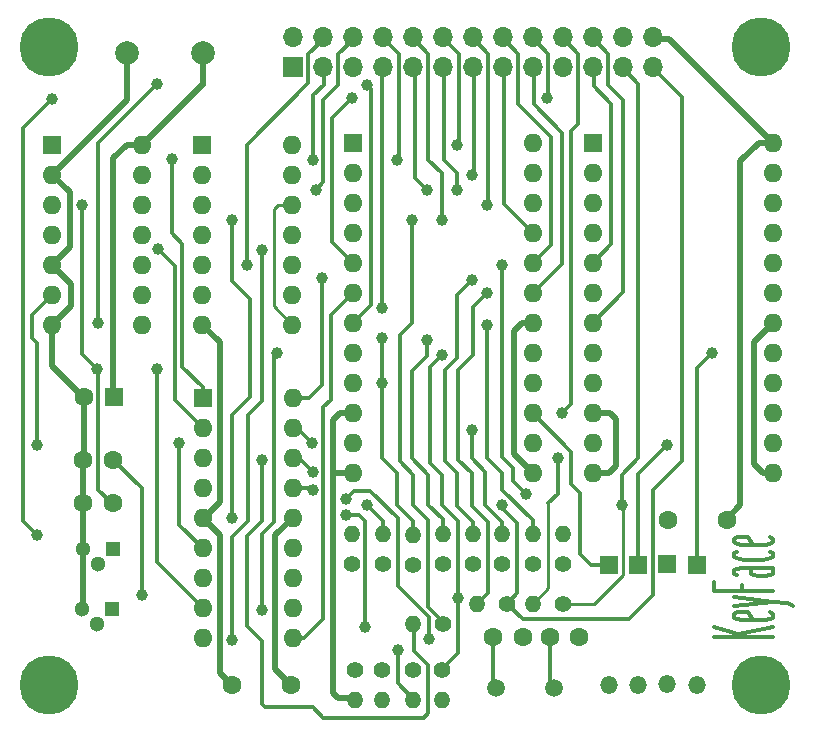
<source format=gtl>
G04 #@! TF.GenerationSoftware,KiCad,Pcbnew,(5.1.6)-1*
G04 #@! TF.CreationDate,2021-02-12T18:31:39+01:00*
G04 #@! TF.ProjectId,keyface,6b657966-6163-4652-9e6b-696361645f70,rev?*
G04 #@! TF.SameCoordinates,Original*
G04 #@! TF.FileFunction,Copper,L1,Top*
G04 #@! TF.FilePolarity,Positive*
%FSLAX46Y46*%
G04 Gerber Fmt 4.6, Leading zero omitted, Abs format (unit mm)*
G04 Created by KiCad (PCBNEW (5.1.6)-1) date 2021-02-12 18:31:39*
%MOMM*%
%LPD*%
G01*
G04 APERTURE LIST*
G04 #@! TA.AperFunction,NonConductor*
%ADD10C,0.375000*%
G04 #@! TD*
G04 #@! TA.AperFunction,ComponentPad*
%ADD11O,1.600000X1.600000*%
G04 #@! TD*
G04 #@! TA.AperFunction,ComponentPad*
%ADD12R,1.600000X1.600000*%
G04 #@! TD*
G04 #@! TA.AperFunction,ComponentPad*
%ADD13C,1.600000*%
G04 #@! TD*
G04 #@! TA.AperFunction,ComponentPad*
%ADD14O,1.500000X1.500000*%
G04 #@! TD*
G04 #@! TA.AperFunction,ComponentPad*
%ADD15R,1.500000X1.500000*%
G04 #@! TD*
G04 #@! TA.AperFunction,ComponentPad*
%ADD16C,1.500000*%
G04 #@! TD*
G04 #@! TA.AperFunction,ComponentPad*
%ADD17O,1.700000X1.700000*%
G04 #@! TD*
G04 #@! TA.AperFunction,ComponentPad*
%ADD18R,1.700000X1.700000*%
G04 #@! TD*
G04 #@! TA.AperFunction,ComponentPad*
%ADD19C,0.800000*%
G04 #@! TD*
G04 #@! TA.AperFunction,ComponentPad*
%ADD20C,5.000000*%
G04 #@! TD*
G04 #@! TA.AperFunction,ComponentPad*
%ADD21C,2.000000*%
G04 #@! TD*
G04 #@! TA.AperFunction,ComponentPad*
%ADD22R,1.300000X1.300000*%
G04 #@! TD*
G04 #@! TA.AperFunction,ComponentPad*
%ADD23C,1.300000*%
G04 #@! TD*
G04 #@! TA.AperFunction,ComponentPad*
%ADD24O,1.400000X1.400000*%
G04 #@! TD*
G04 #@! TA.AperFunction,ComponentPad*
%ADD25C,1.400000*%
G04 #@! TD*
G04 #@! TA.AperFunction,ViaPad*
%ADD26C,1.000000*%
G04 #@! TD*
G04 #@! TA.AperFunction,Conductor*
%ADD27C,0.500000*%
G04 #@! TD*
G04 #@! TA.AperFunction,Conductor*
%ADD28C,0.300000*%
G04 #@! TD*
G04 #@! TA.AperFunction,Conductor*
%ADD29C,0.250000*%
G04 #@! TD*
G04 APERTURE END LIST*
D10*
X154026904Y-107084285D02*
X149026904Y-107084285D01*
X154026904Y-106227142D02*
X151169761Y-106870000D01*
X149026904Y-106227142D02*
X151884047Y-107084285D01*
X153788809Y-105012857D02*
X154026904Y-105155714D01*
X154026904Y-105441428D01*
X153788809Y-105584285D01*
X153312619Y-105655714D01*
X151407857Y-105655714D01*
X150931666Y-105584285D01*
X150693571Y-105441428D01*
X150693571Y-105155714D01*
X150931666Y-105012857D01*
X151407857Y-104941428D01*
X151884047Y-104941428D01*
X152360238Y-105655714D01*
X150693571Y-104441428D02*
X154026904Y-104084285D01*
X150693571Y-103727142D02*
X154026904Y-104084285D01*
X155217380Y-104227142D01*
X155455476Y-104298571D01*
X155693571Y-104441428D01*
X151407857Y-102655714D02*
X151407857Y-103155714D01*
X154026904Y-103155714D02*
X149026904Y-103155714D01*
X149026904Y-102441428D01*
X154026904Y-101227142D02*
X151407857Y-101227142D01*
X150931666Y-101298571D01*
X150693571Y-101441428D01*
X150693571Y-101727142D01*
X150931666Y-101870000D01*
X153788809Y-101227142D02*
X154026904Y-101370000D01*
X154026904Y-101727142D01*
X153788809Y-101870000D01*
X153312619Y-101941428D01*
X152836428Y-101941428D01*
X152360238Y-101870000D01*
X152122142Y-101727142D01*
X152122142Y-101370000D01*
X151884047Y-101227142D01*
X153788809Y-99870000D02*
X154026904Y-100012857D01*
X154026904Y-100298571D01*
X153788809Y-100441428D01*
X153550714Y-100512857D01*
X153074523Y-100584285D01*
X151645952Y-100584285D01*
X151169761Y-100512857D01*
X150931666Y-100441428D01*
X150693571Y-100298571D01*
X150693571Y-100012857D01*
X150931666Y-99870000D01*
X153788809Y-98655714D02*
X154026904Y-98798571D01*
X154026904Y-99084285D01*
X153788809Y-99227142D01*
X153312619Y-99298571D01*
X151407857Y-99298571D01*
X150931666Y-99227142D01*
X150693571Y-99084285D01*
X150693571Y-98798571D01*
X150931666Y-98655714D01*
X151407857Y-98584285D01*
X151884047Y-98584285D01*
X152360238Y-99298571D01*
D11*
X153997660Y-65255140D03*
X138757660Y-93195140D03*
X153997660Y-67795140D03*
X138757660Y-90655140D03*
X153997660Y-70335140D03*
X138757660Y-88115140D03*
X153997660Y-72875140D03*
X138757660Y-85575140D03*
X153997660Y-75415140D03*
X138757660Y-83035140D03*
X153997660Y-77955140D03*
X138757660Y-80495140D03*
X153997660Y-80495140D03*
X138757660Y-77955140D03*
X153997660Y-83035140D03*
X138757660Y-75415140D03*
X153997660Y-85575140D03*
X138757660Y-72875140D03*
X153997660Y-88115140D03*
X138757660Y-70335140D03*
X153997660Y-90655140D03*
X138757660Y-67795140D03*
X153997660Y-93195140D03*
D12*
X138757660Y-65255140D03*
D13*
X132806440Y-107071160D03*
X130306440Y-107071160D03*
X137625460Y-107083860D03*
X135125460Y-107083860D03*
D14*
X140131800Y-111127540D03*
D15*
X140131800Y-100967540D03*
D13*
X95686240Y-86784180D03*
D12*
X98186240Y-86784180D03*
D16*
X135469020Y-111422180D03*
X130589020Y-111422180D03*
D17*
X143888460Y-56263540D03*
X143888460Y-58803540D03*
X141348460Y-56263540D03*
X141348460Y-58803540D03*
X138808460Y-56263540D03*
X138808460Y-58803540D03*
X136268460Y-56263540D03*
X136268460Y-58803540D03*
X133728460Y-56263540D03*
X133728460Y-58803540D03*
X131188460Y-56263540D03*
X131188460Y-58803540D03*
X128648460Y-56263540D03*
X128648460Y-58803540D03*
X126108460Y-56263540D03*
X126108460Y-58803540D03*
X123568460Y-56263540D03*
X123568460Y-58803540D03*
X121028460Y-56263540D03*
X121028460Y-58803540D03*
X118488460Y-56263540D03*
X118488460Y-58803540D03*
X115948460Y-56263540D03*
X115948460Y-58803540D03*
X113408460Y-56263540D03*
D18*
X113408460Y-58803540D03*
D19*
X94035825Y-109799175D03*
X92710000Y-109250000D03*
X91384175Y-109799175D03*
X90835000Y-111125000D03*
X91384175Y-112450825D03*
X92710000Y-113000000D03*
X94035825Y-112450825D03*
X94585000Y-111125000D03*
D20*
X92710000Y-111125000D03*
D19*
X154360825Y-109799175D03*
X153035000Y-109250000D03*
X151709175Y-109799175D03*
X151160000Y-111125000D03*
X151709175Y-112450825D03*
X153035000Y-113000000D03*
X154360825Y-112450825D03*
X154910000Y-111125000D03*
D20*
X153035000Y-111125000D03*
D19*
X154305000Y-55824175D03*
X152979175Y-55275000D03*
X151653350Y-55824175D03*
X151104175Y-57150000D03*
X151653350Y-58475825D03*
X152979175Y-59025000D03*
X154305000Y-58475825D03*
X154854175Y-57150000D03*
D20*
X152979175Y-57150000D03*
D19*
X94065825Y-55824175D03*
X92740000Y-55275000D03*
X91414175Y-55824175D03*
X90865000Y-57150000D03*
X91414175Y-58475825D03*
X92740000Y-59025000D03*
X94065825Y-58475825D03*
X94615000Y-57150000D03*
D20*
X92740000Y-57150000D03*
D21*
X105791000Y-57658000D03*
X99314000Y-57658000D03*
D13*
X145088600Y-97188020D03*
X150088600Y-97188020D03*
X108238280Y-111112300D03*
X113238280Y-111112300D03*
X95604960Y-92118180D03*
X98104960Y-92118180D03*
X95630360Y-95742760D03*
X98130360Y-95742760D03*
D22*
X98127820Y-99626420D03*
D23*
X95587820Y-99626420D03*
X96857820Y-100896420D03*
D22*
X98079560Y-104759760D03*
D23*
X95539560Y-104759760D03*
X96809560Y-106029760D03*
D14*
X145039080Y-111084360D03*
D15*
X145039080Y-100924360D03*
D14*
X142557500Y-111130080D03*
D15*
X142557500Y-100970080D03*
D14*
X147612100Y-111178340D03*
D15*
X147612100Y-101018340D03*
D24*
X125971300Y-112384840D03*
D25*
X125971300Y-109844840D03*
D24*
X123548140Y-112405160D03*
D25*
X123548140Y-109865160D03*
D24*
X120876060Y-112395000D03*
D25*
X120876060Y-109855000D03*
D24*
X118584980Y-112395000D03*
D25*
X118584980Y-109855000D03*
D24*
X133677660Y-104289860D03*
D25*
X136217660Y-104289860D03*
D24*
X128943100Y-104277160D03*
D25*
X131483100Y-104277160D03*
D24*
X123525280Y-106004360D03*
D25*
X126065280Y-106004360D03*
D24*
X136243060Y-98391980D03*
D25*
X136243060Y-100931980D03*
D24*
X133670040Y-98346260D03*
D25*
X133670040Y-100886260D03*
D24*
X131097020Y-98346260D03*
D25*
X131097020Y-100886260D03*
D24*
X128615440Y-98391980D03*
D25*
X128615440Y-100931980D03*
D24*
X126042420Y-98391980D03*
D25*
X126042420Y-100931980D03*
D24*
X123563380Y-98440240D03*
D25*
X123563380Y-100980240D03*
D24*
X120990360Y-98346260D03*
D25*
X120990360Y-100886260D03*
D24*
X118369080Y-98391980D03*
D25*
X118369080Y-100931980D03*
D11*
X113342420Y-86832440D03*
X105722420Y-107152440D03*
X113342420Y-89372440D03*
X105722420Y-104612440D03*
X113342420Y-91912440D03*
X105722420Y-102072440D03*
X113342420Y-94452440D03*
X105722420Y-99532440D03*
X113342420Y-96992440D03*
X105722420Y-96992440D03*
X113342420Y-99532440D03*
X105722420Y-94452440D03*
X113342420Y-102072440D03*
X105722420Y-91912440D03*
X113342420Y-104612440D03*
X105722420Y-89372440D03*
X113342420Y-107152440D03*
D12*
X105722420Y-86832440D03*
D11*
X133682740Y-65293240D03*
X118442740Y-93233240D03*
X133682740Y-67833240D03*
X118442740Y-90693240D03*
X133682740Y-70373240D03*
X118442740Y-88153240D03*
X133682740Y-72913240D03*
X118442740Y-85613240D03*
X133682740Y-75453240D03*
X118442740Y-83073240D03*
X133682740Y-77993240D03*
X118442740Y-80533240D03*
X133682740Y-80533240D03*
X118442740Y-77993240D03*
X133682740Y-83073240D03*
X118442740Y-75453240D03*
X133682740Y-85613240D03*
X118442740Y-72913240D03*
X133682740Y-88153240D03*
X118442740Y-70373240D03*
X133682740Y-90693240D03*
X118442740Y-67833240D03*
X133682740Y-93233240D03*
D12*
X118442740Y-65293240D03*
D11*
X100622100Y-65394840D03*
X93002100Y-80634840D03*
X100622100Y-67934840D03*
X93002100Y-78094840D03*
X100622100Y-70474840D03*
X93002100Y-75554840D03*
X100622100Y-73014840D03*
X93002100Y-73014840D03*
X100622100Y-75554840D03*
X93002100Y-70474840D03*
X100622100Y-78094840D03*
X93002100Y-67934840D03*
X100622100Y-80634840D03*
D12*
X93002100Y-65394840D03*
D11*
X113296700Y-65394840D03*
X105676700Y-80634840D03*
X113296700Y-67934840D03*
X105676700Y-78094840D03*
X113296700Y-70474840D03*
X105676700Y-75554840D03*
X113296700Y-73014840D03*
X105676700Y-73014840D03*
X113296700Y-75554840D03*
X105676700Y-70474840D03*
X113296700Y-78094840D03*
X105676700Y-67934840D03*
X113296700Y-80634840D03*
D12*
X105676700Y-65394840D03*
D26*
X91694000Y-90805000D03*
X100584000Y-103505000D03*
X119634000Y-95885000D03*
X131064000Y-95885000D03*
X95504000Y-70485000D03*
X96799400Y-84429600D03*
X141224000Y-95885000D03*
X122306080Y-108224320D03*
X148844000Y-83058000D03*
X145034000Y-90805000D03*
X103723440Y-90675460D03*
X115824000Y-76708000D03*
X129794000Y-77978000D03*
X108204000Y-107315000D03*
X110744000Y-74295000D03*
X115006120Y-90657680D03*
X135783320Y-91950540D03*
X101854000Y-84404200D03*
X125984000Y-83185000D03*
X127332740Y-103753920D03*
X110744000Y-92075000D03*
X110744000Y-104775000D03*
X112014000Y-83058000D03*
X101930200Y-74244200D03*
X103124000Y-66624200D03*
X128524000Y-67945000D03*
X129794000Y-70485000D03*
X128524000Y-89535000D03*
X136144000Y-88138000D03*
X119634000Y-60325000D03*
X129794000Y-80645000D03*
X118364000Y-61468000D03*
X134874000Y-61468000D03*
X133098540Y-94980760D03*
X131064000Y-75565000D03*
X125984000Y-71755000D03*
X127254000Y-69215000D03*
X127254000Y-65405000D03*
X120904000Y-85598000D03*
X120904000Y-81788000D03*
X124714000Y-81915000D03*
X128524000Y-76835000D03*
X96850200Y-80543400D03*
X101854000Y-60248800D03*
X122174000Y-66675000D03*
X120904000Y-79248000D03*
X123444000Y-71755000D03*
X109474000Y-75565000D03*
X115323620Y-69212460D03*
X115044220Y-66669920D03*
X108204000Y-97028000D03*
X108204000Y-71755000D03*
X124714000Y-69215000D03*
X92994480Y-61574680D03*
X91694000Y-98425000D03*
X115054380Y-93096080D03*
X117899180Y-95387160D03*
X124866400Y-107281980D03*
X115054380Y-94650560D03*
X117899180Y-96728280D03*
X119494300Y-106271060D03*
D27*
X99314000Y-61622940D02*
X93002100Y-67934840D01*
X99314000Y-57658000D02*
X99314000Y-61622940D01*
X93002100Y-67934840D02*
X94488000Y-69420740D01*
X94488000Y-74068940D02*
X93002100Y-75554840D01*
X94488000Y-69420740D02*
X94488000Y-74068940D01*
X93002100Y-75554840D02*
X94615000Y-77167740D01*
X94615000Y-79021940D02*
X93002100Y-80634840D01*
X94615000Y-77167740D02*
X94615000Y-79021940D01*
X93002100Y-84185760D02*
X95671640Y-86855300D01*
X93002100Y-80634840D02*
X93002100Y-84185760D01*
X95671640Y-91914980D02*
X95587820Y-91998800D01*
X95671640Y-86855300D02*
X95671640Y-91914980D01*
X95587820Y-95791020D02*
X95633540Y-95836740D01*
X95587820Y-91998800D02*
X95587820Y-95791020D01*
X95633540Y-99580700D02*
X95587820Y-99626420D01*
X95633540Y-95836740D02*
X95633540Y-99580700D01*
X95587820Y-104711500D02*
X95539560Y-104759760D01*
X95587820Y-99626420D02*
X95587820Y-104711500D01*
X105676700Y-80634840D02*
X107188000Y-82146140D01*
X107188000Y-82146140D02*
X107188000Y-95631000D01*
X105826560Y-96992440D02*
X105722420Y-96992440D01*
X107188000Y-95631000D02*
X105826560Y-96992440D01*
X108204000Y-111125000D02*
X107188000Y-110109000D01*
X107188000Y-98458020D02*
X105722420Y-96992440D01*
X107188000Y-110109000D02*
X107188000Y-98458020D01*
X138757660Y-93195140D02*
X140103860Y-93195140D01*
X140103860Y-93195140D02*
X140716000Y-92583000D01*
X140716000Y-92583000D02*
X140716000Y-88646000D01*
X140185140Y-88115140D02*
X138757660Y-88115140D01*
X140716000Y-88646000D02*
X140185140Y-88115140D01*
X153997660Y-93195140D02*
X153139140Y-93195140D01*
X153139140Y-93195140D02*
X152400000Y-92456000D01*
X152400000Y-82092800D02*
X153997660Y-80495140D01*
X152400000Y-92456000D02*
X152400000Y-82092800D01*
X118463060Y-112255300D02*
X117208300Y-112255300D01*
X116766340Y-111813340D02*
X116766340Y-93218000D01*
X117208300Y-112255300D02*
X116766340Y-111813340D01*
X116730780Y-93218000D02*
X116730780Y-88755220D01*
X116730780Y-88755220D02*
X117332760Y-88153240D01*
X117332760Y-88153240D02*
X118442740Y-88153240D01*
X116781580Y-93233240D02*
X116766340Y-93218000D01*
X118442740Y-93233240D02*
X116781580Y-93233240D01*
X133682740Y-93233240D02*
X132080000Y-91630500D01*
X132080000Y-91630500D02*
X132080000Y-81203800D01*
X132750560Y-80533240D02*
X133682740Y-80533240D01*
X132080000Y-81203800D02*
X132750560Y-80533240D01*
X105791000Y-57658000D02*
X105791000Y-60325000D01*
X105691940Y-60325000D02*
X100622100Y-65394840D01*
X105791000Y-60325000D02*
X105691940Y-60325000D01*
X100622100Y-65394840D02*
X99324160Y-65394840D01*
X98171640Y-66547360D02*
X98171640Y-86855300D01*
X99324160Y-65394840D02*
X98171640Y-66547360D01*
X113204000Y-111125000D02*
X111887000Y-109808000D01*
X111887000Y-98447860D02*
X113342420Y-96992440D01*
X111887000Y-109808000D02*
X111887000Y-98447860D01*
X145196560Y-56454040D02*
X153997660Y-65255140D01*
X143901160Y-56454040D02*
X145196560Y-56454040D01*
X153997660Y-65255140D02*
X152803860Y-65255140D01*
X152803860Y-65255140D02*
X151257000Y-66802000D01*
X151257000Y-95932000D02*
X150034000Y-97155000D01*
X151257000Y-66802000D02*
X151257000Y-95932000D01*
D28*
X91694000Y-90805000D02*
X91694000Y-82169000D01*
X91694000Y-82169000D02*
X91313000Y-81788000D01*
X91313000Y-79783940D02*
X93002100Y-78094840D01*
X91313000Y-81788000D02*
X91313000Y-79783940D01*
X98087820Y-91998800D02*
X100584000Y-94494980D01*
X100584000Y-94494980D02*
X100584000Y-103505000D01*
X120990360Y-97241360D02*
X120990360Y-98346260D01*
X119634000Y-95885000D02*
X120990360Y-97241360D01*
X146304000Y-92202000D02*
X146304000Y-61396880D01*
X143891000Y-94615000D02*
X146304000Y-92202000D01*
X146304000Y-61396880D02*
X143901160Y-58994040D01*
X134490460Y-105600500D02*
X141795500Y-105600500D01*
X141795500Y-105600500D02*
X143891000Y-103505000D01*
X143891000Y-103505000D02*
X143891000Y-94615000D01*
X132806440Y-105600500D02*
X131483100Y-104277160D01*
X134490460Y-105600500D02*
X132806440Y-105600500D01*
X132359400Y-103400860D02*
X131483100Y-104277160D01*
X132359400Y-100642198D02*
X132359400Y-103400860D01*
X132356860Y-97457260D02*
X132356860Y-100639658D01*
X132356860Y-100639658D02*
X132359400Y-100642198D01*
X131064000Y-95885000D02*
X131064000Y-96164400D01*
X131064000Y-96164400D02*
X132356860Y-97457260D01*
X95504000Y-83134200D02*
X96799400Y-84429600D01*
X95504000Y-70485000D02*
X95504000Y-83134200D01*
X141361160Y-58994040D02*
X142621000Y-60253880D01*
X142621000Y-60253880D02*
X142621000Y-91948000D01*
X141224000Y-93345000D02*
X141224000Y-95885000D01*
X142621000Y-91948000D02*
X141224000Y-93345000D01*
X96901000Y-94604200D02*
X98133540Y-95836740D01*
X96799400Y-84429600D02*
X96901000Y-84531200D01*
X96901000Y-84531200D02*
X96901000Y-94604200D01*
D29*
X138861462Y-104289860D02*
X136217660Y-104289860D01*
X141312900Y-101838422D02*
X138861462Y-104289860D01*
X141224000Y-95885000D02*
X141312900Y-95973900D01*
X141312900Y-95973900D02*
X141312900Y-101838422D01*
D28*
X122237500Y-108292900D02*
X122237500Y-111023400D01*
X122306080Y-108224320D02*
X122237500Y-108292900D01*
X122237500Y-111023400D02*
X123563380Y-112349280D01*
X147612100Y-84289900D02*
X148844000Y-83058000D01*
X147612100Y-101018340D02*
X147612100Y-84289900D01*
X142557500Y-93281500D02*
X145034000Y-90805000D01*
X142557500Y-100970080D02*
X142557500Y-93281500D01*
X103759000Y-97569020D02*
X105722420Y-99532440D01*
X103723440Y-90675460D02*
X103759000Y-90711020D01*
X103759000Y-90711020D02*
X103759000Y-97569020D01*
X138610340Y-101018340D02*
X140032740Y-101018340D01*
X136918700Y-91389200D02*
X136918700Y-94119700D01*
X133682740Y-88153240D02*
X136918700Y-91389200D01*
X136918700Y-94119700D02*
X137668000Y-94869000D01*
X137668000Y-94869000D02*
X137668000Y-100076000D01*
X137668000Y-100076000D02*
X138610340Y-101018340D01*
X113342420Y-86832440D02*
X114716560Y-86832440D01*
X115824000Y-85725000D02*
X115824000Y-76708000D01*
X114716560Y-86832440D02*
X115824000Y-85725000D01*
X128524000Y-96012000D02*
X129857500Y-97345500D01*
X128524000Y-93218000D02*
X128524000Y-96012000D01*
X128651000Y-79121000D02*
X128651000Y-83185000D01*
X129794000Y-77978000D02*
X128651000Y-79121000D01*
X128651000Y-83185000D02*
X127381000Y-84455000D01*
X127381000Y-84455000D02*
X127381000Y-92075000D01*
X127381000Y-92075000D02*
X128524000Y-93218000D01*
X129857500Y-103362760D02*
X128943100Y-104277160D01*
X129857500Y-97345500D02*
X129857500Y-103362760D01*
X108204000Y-98625660D02*
X108204000Y-107315000D01*
X109601000Y-97228660D02*
X108204000Y-98625660D01*
X110744000Y-74295000D02*
X110744000Y-87122000D01*
X109601000Y-88265000D02*
X109601000Y-97228660D01*
X110744000Y-87122000D02*
X109601000Y-88265000D01*
X113342420Y-89372440D02*
X113720880Y-89372440D01*
X135001000Y-95758000D02*
X135783320Y-94975680D01*
X135783320Y-94975680D02*
X135783320Y-91950540D01*
X113720880Y-89372440D02*
X115006120Y-90657680D01*
D29*
X135001000Y-102966520D02*
X133677660Y-104289860D01*
X135001000Y-95758000D02*
X135001000Y-102966520D01*
D28*
X101854000Y-100744020D02*
X105722420Y-104612440D01*
X101854000Y-84404200D02*
X101854000Y-100744020D01*
X126039880Y-109821980D02*
X126039880Y-109806740D01*
X127332740Y-108473240D02*
X127332740Y-97299780D01*
X127332740Y-97299780D02*
X125984000Y-95951040D01*
X124968000Y-84201000D02*
X125984000Y-83185000D01*
X126039880Y-109806740D02*
X126019560Y-109786420D01*
X125984000Y-93345000D02*
X124968000Y-92329000D01*
X126019560Y-109786420D02*
X127332740Y-108473240D01*
X125984000Y-95951040D02*
X125984000Y-93345000D01*
X124968000Y-92329000D02*
X124968000Y-84201000D01*
X123609100Y-108239560D02*
X123609100Y-105892600D01*
X124841000Y-109471460D02*
X123609100Y-108239560D01*
X110744000Y-92075000D02*
X110744000Y-97238820D01*
X110744000Y-112776000D02*
X110998000Y-113030000D01*
X110744000Y-107442000D02*
X110744000Y-112776000D01*
X109474000Y-106172000D02*
X110744000Y-107442000D01*
X109474000Y-98508820D02*
X109474000Y-106172000D01*
X110744000Y-97238820D02*
X109474000Y-98508820D01*
X115062000Y-113030000D02*
X115951000Y-113919000D01*
X110998000Y-113030000D02*
X115062000Y-113030000D01*
X124460000Y-113919000D02*
X124841000Y-113538000D01*
X115951000Y-113919000D02*
X124460000Y-113919000D01*
X124841000Y-113538000D02*
X124841000Y-109471460D01*
X110744000Y-98364040D02*
X110744000Y-104775000D01*
X111742220Y-97365820D02*
X110744000Y-98364040D01*
X112014000Y-83058000D02*
X111742220Y-83329780D01*
X111742220Y-83329780D02*
X111742220Y-97365820D01*
X105722420Y-89372440D02*
X103378000Y-87028020D01*
X103378000Y-75692000D02*
X101930200Y-74244200D01*
X103378000Y-87028020D02*
X103378000Y-75692000D01*
X116586000Y-79849980D02*
X118442740Y-77993240D01*
X114335560Y-107152440D02*
X115930680Y-105557320D01*
X115930680Y-87650320D02*
X116586000Y-86995000D01*
X113342420Y-107152440D02*
X114335560Y-107152440D01*
X115930680Y-105557320D02*
X115930680Y-87650320D01*
X116586000Y-86995000D02*
X116586000Y-79849980D01*
X105722420Y-86832440D02*
X105722420Y-85910420D01*
X105722420Y-85910420D02*
X104013000Y-84201000D01*
X104013000Y-84201000D02*
X104013000Y-73787000D01*
X103124000Y-72898000D02*
X103124000Y-66624200D01*
X104013000Y-73787000D02*
X103124000Y-72898000D01*
X128661160Y-67807840D02*
X128524000Y-67945000D01*
X128661160Y-58994040D02*
X128661160Y-67807840D01*
X128661160Y-56454040D02*
X129921000Y-57713880D01*
X129921000Y-70358000D02*
X129794000Y-70485000D01*
X129921000Y-57713880D02*
X129921000Y-70358000D01*
X131201160Y-70431660D02*
X133682740Y-72913240D01*
X131201160Y-58994040D02*
X131201160Y-70431660D01*
X136281160Y-56454040D02*
X137541000Y-57713880D01*
X137541000Y-57713880D02*
X137541000Y-63627000D01*
X137541000Y-63627000D02*
X136906000Y-64262000D01*
X136906000Y-87376000D02*
X136144000Y-88138000D01*
X136906000Y-64262000D02*
X136906000Y-87376000D01*
X131097020Y-98346260D02*
X131097020Y-97315020D01*
X131097020Y-97315020D02*
X129667000Y-95885000D01*
X129667000Y-95885000D02*
X129667000Y-93091000D01*
X128524000Y-91948000D02*
X128524000Y-89535000D01*
X129667000Y-93091000D02*
X128524000Y-91948000D01*
X131201160Y-56454040D02*
X132461000Y-57713880D01*
X132461000Y-57713880D02*
X132461000Y-61976000D01*
X132461000Y-61976000D02*
X135255000Y-64770000D01*
X135255000Y-73880980D02*
X133682740Y-75453240D01*
X135255000Y-64770000D02*
X135255000Y-73880980D01*
X133741160Y-58994040D02*
X133741160Y-61986160D01*
X133741160Y-61986160D02*
X136144000Y-64389000D01*
X136144000Y-75531980D02*
X133682740Y-77993240D01*
X136144000Y-64389000D02*
X136144000Y-75531980D01*
X118442740Y-80533240D02*
X120015000Y-78960980D01*
X120015000Y-60706000D02*
X119634000Y-60325000D01*
X120015000Y-78960980D02*
X120015000Y-60706000D01*
X133670040Y-98346260D02*
X133670040Y-97221040D01*
X133670040Y-97221040D02*
X131064000Y-94615000D01*
X131064000Y-94615000D02*
X131064000Y-93218000D01*
X129794000Y-91948000D02*
X129794000Y-80645000D01*
X131064000Y-93218000D02*
X129794000Y-91948000D01*
X134998460Y-61343540D02*
X134998460Y-57711340D01*
X134874000Y-61468000D02*
X134998460Y-61343540D01*
X134998460Y-57711340D02*
X133741160Y-56454040D01*
X116649500Y-73660000D02*
X116649500Y-63182500D01*
X116649500Y-63182500D02*
X118364000Y-61468000D01*
X118442740Y-75453240D02*
X116649500Y-73660000D01*
X131064000Y-91843860D02*
X131991100Y-92770960D01*
X131064000Y-75565000D02*
X131064000Y-91843860D01*
X131991100Y-92770960D02*
X131991100Y-93873320D01*
X131991100Y-93873320D02*
X133098540Y-94980760D01*
X123581160Y-56454040D02*
X124841000Y-57713880D01*
X124841000Y-57713880D02*
X124841000Y-66675000D01*
X125984000Y-67818000D02*
X125984000Y-71755000D01*
X124841000Y-66675000D02*
X125984000Y-67818000D01*
X126121160Y-58994040D02*
X126121160Y-66685160D01*
X127254000Y-67818000D02*
X127254000Y-69215000D01*
X126121160Y-66685160D02*
X127254000Y-67818000D01*
X127401320Y-65257680D02*
X127254000Y-65405000D01*
X126121160Y-56454040D02*
X127401320Y-57734200D01*
X127401320Y-57734200D02*
X127401320Y-65257680D01*
X123563380Y-98440240D02*
X123563380Y-97274380D01*
X123563380Y-97274380D02*
X122174000Y-95885000D01*
X122174000Y-95885000D02*
X122174000Y-93218000D01*
X120904000Y-91948000D02*
X120904000Y-85598000D01*
X122174000Y-93218000D02*
X120904000Y-91948000D01*
X120904000Y-85598000D02*
X120904000Y-81788000D01*
X138821160Y-56454040D02*
X140081000Y-57713880D01*
X140081000Y-57713880D02*
X140081000Y-60325000D01*
X140081000Y-60325000D02*
X141351000Y-61595000D01*
X141351000Y-77901800D02*
X138757660Y-80495140D01*
X141351000Y-61595000D02*
X141351000Y-77901800D01*
X126042420Y-98391980D02*
X126042420Y-97086420D01*
X126042420Y-97086420D02*
X124841000Y-95885000D01*
X124841000Y-95885000D02*
X124841000Y-93345000D01*
X124841000Y-93345000D02*
X123444000Y-91948000D01*
X123444000Y-91948000D02*
X123444000Y-84582000D01*
X124714000Y-83312000D02*
X124714000Y-81915000D01*
X123444000Y-84582000D02*
X124714000Y-83312000D01*
X138821160Y-58994040D02*
X138821160Y-60462160D01*
X138821160Y-60462160D02*
X140335000Y-61976000D01*
X140335000Y-73837800D02*
X138757660Y-75415140D01*
X140335000Y-61976000D02*
X140335000Y-73837800D01*
X128615440Y-98391980D02*
X128615440Y-97373440D01*
X128615440Y-97373440D02*
X127254000Y-96012000D01*
X127254000Y-96012000D02*
X127254000Y-93218000D01*
X127254000Y-93218000D02*
X126238000Y-92202000D01*
X126238000Y-92202000D02*
X126238000Y-84455000D01*
X126238000Y-84455000D02*
X127254000Y-83439000D01*
X127254000Y-78105000D02*
X128524000Y-76835000D01*
X127254000Y-83439000D02*
X127254000Y-78105000D01*
X96850200Y-65252600D02*
X101854000Y-60248800D01*
X96850200Y-80543400D02*
X96850200Y-65252600D01*
X122174000Y-66675000D02*
X122311160Y-66537840D01*
X122311160Y-57724040D02*
X121041160Y-56454040D01*
X122311160Y-66537840D02*
X122311160Y-57724040D01*
D29*
X113296700Y-70474840D02*
X112128300Y-70474840D01*
X112128300Y-70474840D02*
X111762540Y-70840600D01*
X111762540Y-79100680D02*
X113296700Y-80634840D01*
X111762540Y-70840600D02*
X111762540Y-79100680D01*
D28*
X120904000Y-59131200D02*
X121041160Y-58994040D01*
X120904000Y-79248000D02*
X120904000Y-59131200D01*
X123444000Y-80518000D02*
X123444000Y-71755000D01*
X122428000Y-81534000D02*
X123444000Y-80518000D01*
X122428000Y-92202000D02*
X122428000Y-81534000D01*
X124841000Y-104584500D02*
X124841000Y-97155000D01*
X126149100Y-105892600D02*
X124841000Y-104584500D01*
X124841000Y-97155000D02*
X123571000Y-95885000D01*
X123571000Y-95885000D02*
X123571000Y-93345000D01*
X123571000Y-93345000D02*
X122428000Y-92202000D01*
X115961160Y-56454040D02*
X114681000Y-57734200D01*
X114681000Y-57734200D02*
X114681000Y-60198000D01*
X109474000Y-65405000D02*
X109474000Y-75565000D01*
X114681000Y-60198000D02*
X109474000Y-65405000D01*
X115951000Y-68580000D02*
X115951000Y-61595000D01*
X115323620Y-69212460D02*
X115323620Y-69207380D01*
X117221000Y-57734200D02*
X118501160Y-56454040D01*
X115323620Y-69207380D02*
X115951000Y-68580000D01*
X115951000Y-61595000D02*
X117221000Y-60325000D01*
X117221000Y-60325000D02*
X117221000Y-57734200D01*
X115961160Y-60314840D02*
X115961160Y-58994040D01*
X115044220Y-66669920D02*
X115044220Y-61231780D01*
X115044220Y-61231780D02*
X115961160Y-60314840D01*
X108204000Y-97028000D02*
X108204000Y-88265000D01*
X108204000Y-88265000D02*
X109728000Y-86741000D01*
X109728000Y-86741000D02*
X109728000Y-78486000D01*
X108204000Y-76962000D02*
X108204000Y-71755000D01*
X109728000Y-78486000D02*
X108204000Y-76962000D01*
X124714000Y-69215000D02*
X123698000Y-68199000D01*
X123698000Y-59110880D02*
X123581160Y-58994040D01*
X123698000Y-68199000D02*
X123698000Y-59110880D01*
X90551000Y-97282000D02*
X91694000Y-98425000D01*
X92994480Y-61574680D02*
X90551000Y-64018160D01*
X90551000Y-64018160D02*
X90551000Y-97282000D01*
X113870740Y-91912440D02*
X115054380Y-93096080D01*
X113342420Y-91912440D02*
X113870740Y-91912440D01*
X124863860Y-107279440D02*
X124866400Y-107281980D01*
X124863860Y-105384600D02*
X124863860Y-107279440D01*
X118559580Y-94726760D02*
X119915940Y-94726760D01*
X117899180Y-95387160D02*
X118559580Y-94726760D01*
X119915940Y-94726760D02*
X122240040Y-97050860D01*
X122240040Y-97050860D02*
X122240040Y-102760780D01*
X122240040Y-102760780D02*
X124863860Y-105384600D01*
X135125460Y-111078620D02*
X135469020Y-111422180D01*
X135125460Y-107083860D02*
X135125460Y-111078620D01*
X114856260Y-94452440D02*
X115054380Y-94650560D01*
X113342420Y-94452440D02*
X114856260Y-94452440D01*
X119507000Y-97236280D02*
X119507000Y-106258360D01*
X119507000Y-106258360D02*
X119494300Y-106271060D01*
X117899180Y-96728280D02*
X118999000Y-96728280D01*
X118999000Y-96728280D02*
X119507000Y-97236280D01*
X130306440Y-111139600D02*
X130589020Y-111422180D01*
X130306440Y-107071160D02*
X130306440Y-111139600D01*
M02*

</source>
